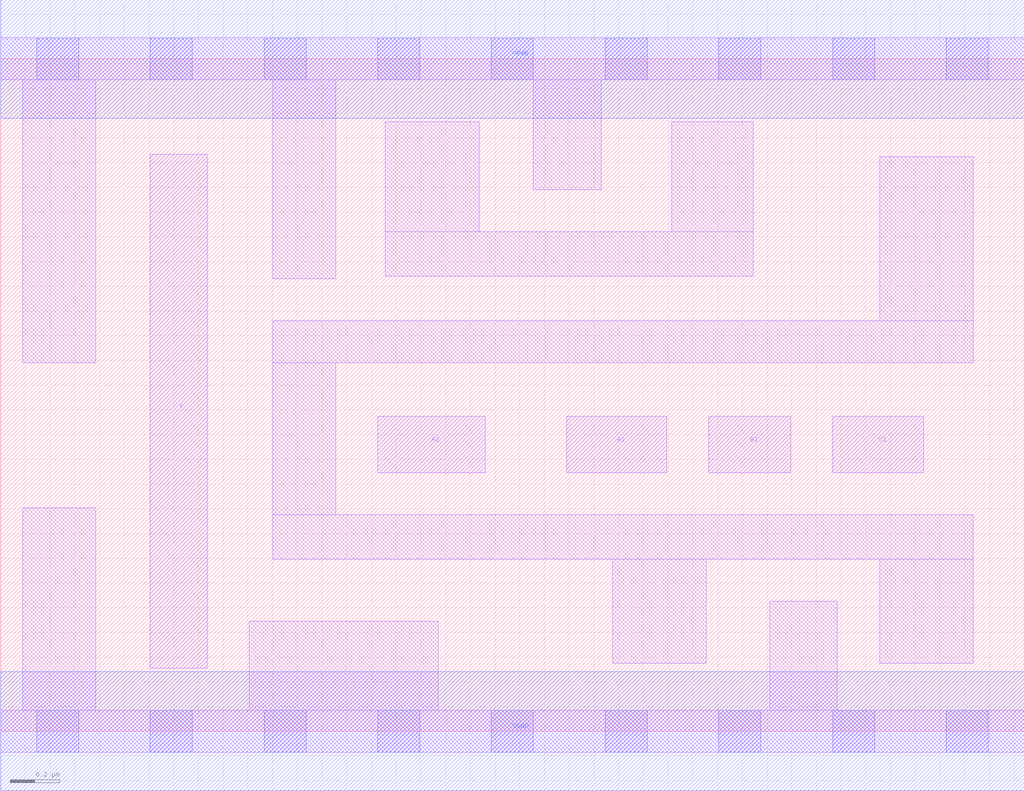
<source format=lef>
# Copyright 2020 The SkyWater PDK Authors
#
# Licensed under the Apache License, Version 2.0 (the "License");
# you may not use this file except in compliance with the License.
# You may obtain a copy of the License at
#
#     https://www.apache.org/licenses/LICENSE-2.0
#
# Unless required by applicable law or agreed to in writing, software
# distributed under the License is distributed on an "AS IS" BASIS,
# WITHOUT WARRANTIES OR CONDITIONS OF ANY KIND, either express or implied.
# See the License for the specific language governing permissions and
# limitations under the License.
#
# SPDX-License-Identifier: Apache-2.0

VERSION 5.7 ;
BUSBITCHARS "[]" ;
DIVIDERCHAR "/" ;
PROPERTYDEFINITIONS
  MACRO maskLayoutSubType STRING ;
  MACRO prCellType STRING ;
  MACRO originalViewName STRING ;
END PROPERTYDEFINITIONS
MACRO sky130_fd_sc_hdll__a211o_2
  ORIGIN  0.000000  0.000000 ;
  CLASS CORE ;
  SYMMETRY X Y R90 ;
  SIZE  4.140000 BY  2.720000 ;
  SITE unithd ;
  PIN A1
    ANTENNAGATEAREA  0.277500 ;
    DIRECTION INPUT ;
    USE SIGNAL ;
    PORT
      LAYER li1 ;
        RECT 2.290000 1.045000 2.695000 1.275000 ;
    END
  END A1
  PIN A2
    ANTENNAGATEAREA  0.277500 ;
    DIRECTION INPUT ;
    USE SIGNAL ;
    PORT
      LAYER li1 ;
        RECT 1.525000 1.045000 1.960000 1.275000 ;
    END
  END A2
  PIN B1
    ANTENNAGATEAREA  0.277500 ;
    DIRECTION INPUT ;
    USE SIGNAL ;
    PORT
      LAYER li1 ;
        RECT 2.865000 1.045000 3.195000 1.275000 ;
    END
  END B1
  PIN C1
    ANTENNAGATEAREA  0.277500 ;
    DIRECTION INPUT ;
    USE SIGNAL ;
    PORT
      LAYER li1 ;
        RECT 3.365000 1.045000 3.735000 1.275000 ;
    END
  END C1
  PIN X
    ANTENNADIFFAREA  0.504500 ;
    DIRECTION OUTPUT ;
    USE SIGNAL ;
    PORT
      LAYER li1 ;
        RECT 0.605000 0.255000 0.835000 2.335000 ;
    END
  END X
  PIN VGND
    DIRECTION INOUT ;
    USE GROUND ;
    PORT
      LAYER met1 ;
        RECT 0.000000 -0.240000 4.140000 0.240000 ;
    END
  END VGND
  PIN VPWR
    DIRECTION INOUT ;
    USE POWER ;
    PORT
      LAYER met1 ;
        RECT 0.000000 2.480000 4.140000 2.960000 ;
    END
  END VPWR
  OBS
    LAYER li1 ;
      RECT 0.000000 -0.085000 4.140000 0.085000 ;
      RECT 0.000000  2.635000 4.140000 2.805000 ;
      RECT 0.090000  0.085000 0.385000 0.905000 ;
      RECT 0.090000  1.490000 0.385000 2.635000 ;
      RECT 1.005000  0.085000 1.770000 0.445000 ;
      RECT 1.100000  0.695000 3.935000 0.875000 ;
      RECT 1.100000  0.875000 1.355000 1.490000 ;
      RECT 1.100000  1.490000 3.935000 1.660000 ;
      RECT 1.100000  1.830000 1.355000 2.635000 ;
      RECT 1.555000  1.840000 3.045000 2.020000 ;
      RECT 1.555000  2.020000 1.935000 2.465000 ;
      RECT 2.155000  2.190000 2.430000 2.635000 ;
      RECT 2.475000  0.275000 2.855000 0.695000 ;
      RECT 2.715000  2.020000 3.045000 2.465000 ;
      RECT 3.110000  0.085000 3.385000 0.525000 ;
      RECT 3.555000  0.275000 3.935000 0.695000 ;
      RECT 3.555000  1.660000 3.935000 2.325000 ;
    LAYER mcon ;
      RECT 0.145000 -0.085000 0.315000 0.085000 ;
      RECT 0.145000  2.635000 0.315000 2.805000 ;
      RECT 0.605000 -0.085000 0.775000 0.085000 ;
      RECT 0.605000  2.635000 0.775000 2.805000 ;
      RECT 1.065000 -0.085000 1.235000 0.085000 ;
      RECT 1.065000  2.635000 1.235000 2.805000 ;
      RECT 1.525000 -0.085000 1.695000 0.085000 ;
      RECT 1.525000  2.635000 1.695000 2.805000 ;
      RECT 1.985000 -0.085000 2.155000 0.085000 ;
      RECT 1.985000  2.635000 2.155000 2.805000 ;
      RECT 2.445000 -0.085000 2.615000 0.085000 ;
      RECT 2.445000  2.635000 2.615000 2.805000 ;
      RECT 2.905000 -0.085000 3.075000 0.085000 ;
      RECT 2.905000  2.635000 3.075000 2.805000 ;
      RECT 3.365000 -0.085000 3.535000 0.085000 ;
      RECT 3.365000  2.635000 3.535000 2.805000 ;
      RECT 3.825000 -0.085000 3.995000 0.085000 ;
      RECT 3.825000  2.635000 3.995000 2.805000 ;
  END
  PROPERTY maskLayoutSubType "abstract" ;
  PROPERTY prCellType "standard" ;
  PROPERTY originalViewName "layout" ;
END sky130_fd_sc_hdll__a211o_2
END LIBRARY

</source>
